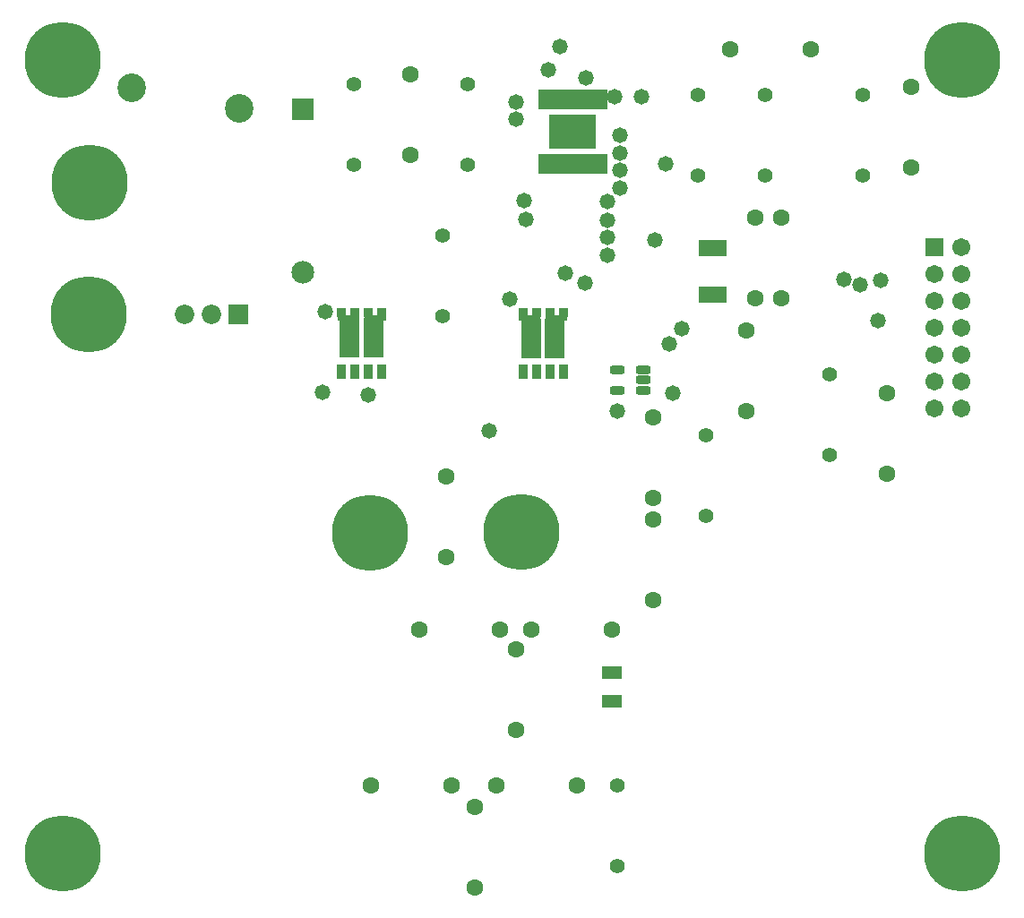
<source format=gts>
G04*
G04 #@! TF.GenerationSoftware,Altium Limited,Altium Designer,25.3.3 (18)*
G04*
G04 Layer_Color=8388736*
%FSLAX26Y26*%
%MOIN*%
G70*
G04*
G04 #@! TF.SameCoordinates,14895927-405C-4533-9FDA-7E114B43C09E*
G04*
G04*
G04 #@! TF.FilePolarity,Negative*
G04*
G01*
G75*
G04:AMPARAMS|DCode=17|XSize=55.638mil|YSize=31.228mil|CornerRadius=9.807mil|HoleSize=0mil|Usage=FLASHONLY|Rotation=180.000|XOffset=0mil|YOffset=0mil|HoleType=Round|Shape=RoundedRectangle|*
%AMROUNDEDRECTD17*
21,1,0.055638,0.011614,0,0,180.0*
21,1,0.036024,0.031228,0,0,180.0*
1,1,0.019614,-0.018012,0.005807*
1,1,0.019614,0.018012,0.005807*
1,1,0.019614,0.018012,-0.005807*
1,1,0.019614,-0.018012,-0.005807*
%
%ADD17ROUNDEDRECTD17*%
%ADD18R,0.032016X0.058000*%
%ADD19R,0.032016X0.035953*%
%ADD20R,0.083197X0.020205*%
%ADD21R,0.073157X0.145795*%
%ADD22R,0.173354X0.126110*%
%ADD23R,0.025716X0.074929*%
%ADD24R,0.074929X0.051307*%
%ADD25R,0.025716X0.063118*%
%ADD26C,0.283591*%
%ADD27C,0.055244*%
%ADD28R,0.072441X0.072441*%
%ADD29C,0.072441*%
%ADD30C,0.084378*%
%ADD31R,0.084378X0.084378*%
%ADD32C,0.063118*%
%ADD33C,0.067055*%
%ADD34R,0.067055X0.067055*%
%ADD35C,0.106425*%
%ADD36C,0.058000*%
D17*
X2260094Y1922036D02*
D03*
X2358914Y1959438D02*
D03*
Y1922036D02*
D03*
Y1996840D02*
D03*
X2260094D02*
D03*
D18*
X1959370Y1988818D02*
D03*
X2059370D02*
D03*
X1909370D02*
D03*
X2009370D02*
D03*
X1385000Y1990000D02*
D03*
X1285000D02*
D03*
X1335000D02*
D03*
X1235000D02*
D03*
D19*
X1959370Y2210078D02*
D03*
X2059370D02*
D03*
X2009370D02*
D03*
X1909370D02*
D03*
X1385000Y2211260D02*
D03*
X1285000D02*
D03*
X1335000D02*
D03*
X1235000D02*
D03*
D20*
X2033780Y2190038D02*
D03*
X1934960D02*
D03*
X1359410Y2191222D02*
D03*
X1260590D02*
D03*
D21*
X2028740Y2115000D02*
D03*
X1940000D02*
D03*
X1354370Y2116182D02*
D03*
X1265630D02*
D03*
D22*
X2095000Y2885000D02*
D03*
D23*
X1979842Y3005078D02*
D03*
X2005434D02*
D03*
X2031024D02*
D03*
X2056614D02*
D03*
X2082204D02*
D03*
X2107796D02*
D03*
X2133386D02*
D03*
X2158976D02*
D03*
X2184566D02*
D03*
X2210158D02*
D03*
Y2764922D02*
D03*
X2184566D02*
D03*
X2158976D02*
D03*
X2133386D02*
D03*
X2107796D02*
D03*
X2082204D02*
D03*
X2056614D02*
D03*
X2031024D02*
D03*
X2005434D02*
D03*
X1979842D02*
D03*
D24*
X2240000Y763905D02*
D03*
Y870205D02*
D03*
D25*
X2627796Y2278386D02*
D03*
X2653386D02*
D03*
X2576614D02*
D03*
Y2451614D02*
D03*
X2602204Y2278386D02*
D03*
Y2451614D02*
D03*
X2627796D02*
D03*
X2653386D02*
D03*
D26*
X196850Y3150047D02*
D03*
X3543307D02*
D03*
Y197291D02*
D03*
X196850Y196850D02*
D03*
X1340000Y1390000D02*
D03*
X295000Y2205000D02*
D03*
X296369Y2694094D02*
D03*
X1905000Y1395000D02*
D03*
D27*
X3050000Y1680000D02*
D03*
Y1980000D02*
D03*
X1611891Y2196892D02*
D03*
Y2496892D02*
D03*
X3175000Y2720000D02*
D03*
Y3020000D02*
D03*
X1280000Y2760000D02*
D03*
Y3060000D02*
D03*
X1705000D02*
D03*
Y2760000D02*
D03*
X2560000Y2720000D02*
D03*
Y3020000D02*
D03*
X2589504Y1454438D02*
D03*
Y1754438D02*
D03*
X2810000Y2720000D02*
D03*
Y3020000D02*
D03*
X2260000Y150000D02*
D03*
Y450000D02*
D03*
D28*
X850000Y2205000D02*
D03*
D29*
X750000D02*
D03*
X650000D02*
D03*
D30*
X1090000Y2361260D02*
D03*
D31*
Y2968740D02*
D03*
D32*
X2394504Y1139438D02*
D03*
Y1439438D02*
D03*
X2740000Y1845000D02*
D03*
Y2145000D02*
D03*
X3265000Y1610000D02*
D03*
Y1910000D02*
D03*
X2110000Y450000D02*
D03*
X1810000D02*
D03*
X1625000Y1300000D02*
D03*
Y1600000D02*
D03*
X2240000Y1032055D02*
D03*
X1940000D02*
D03*
X2980000Y3190000D02*
D03*
X2680000D02*
D03*
X2775000Y2565000D02*
D03*
Y2265000D02*
D03*
X2870000D02*
D03*
Y2565000D02*
D03*
X3355000Y2750000D02*
D03*
Y3050000D02*
D03*
X1490591Y3095839D02*
D03*
Y2795839D02*
D03*
X1730000Y70000D02*
D03*
Y370000D02*
D03*
X1345000Y450000D02*
D03*
X1645000D02*
D03*
X1525000Y1032055D02*
D03*
X1825000D02*
D03*
X1883819Y656559D02*
D03*
Y956559D02*
D03*
X2394504Y1819438D02*
D03*
Y1519438D02*
D03*
D33*
X3540000Y1855000D02*
D03*
X3440000D02*
D03*
X3540000Y1955000D02*
D03*
X3440000D02*
D03*
X3540000Y2055000D02*
D03*
X3440000D02*
D03*
X3540000Y2155000D02*
D03*
X3440000D02*
D03*
X3540000Y2255000D02*
D03*
X3440000D02*
D03*
X3540000Y2355000D02*
D03*
X3440000D02*
D03*
X3540000Y2455000D02*
D03*
D34*
X3440000D02*
D03*
D35*
X453424Y3048740D02*
D03*
X855000Y2970000D02*
D03*
D36*
X3240757Y2329243D02*
D03*
X2046449Y3201634D02*
D03*
X3105000Y2335000D02*
D03*
X2455000Y2094000D02*
D03*
X1335000Y1905000D02*
D03*
X1165000Y1915000D02*
D03*
X1175000Y2215000D02*
D03*
X2068326Y2356326D02*
D03*
X1920581Y2557703D02*
D03*
X1915000Y2628000D02*
D03*
X2225000Y2490000D02*
D03*
Y2625000D02*
D03*
Y2555000D02*
D03*
X2225745Y2425142D02*
D03*
X2270000Y2675000D02*
D03*
X2140000Y2320000D02*
D03*
X1860000Y2260000D02*
D03*
X3229458Y2181000D02*
D03*
X2145855Y3084921D02*
D03*
X2270000Y2870000D02*
D03*
X2466547Y1911985D02*
D03*
X2270000Y2740000D02*
D03*
X2259504Y1844438D02*
D03*
X2440407Y2764843D02*
D03*
X1785000Y1770000D02*
D03*
X2270262Y2803368D02*
D03*
X2500000Y2150000D02*
D03*
X2350000Y3015000D02*
D03*
X1885000Y2930000D02*
D03*
X2250000Y3015000D02*
D03*
X2005000Y3115000D02*
D03*
X2400407Y2480000D02*
D03*
X3165000Y2315000D02*
D03*
X1885000Y2995000D02*
D03*
M02*

</source>
